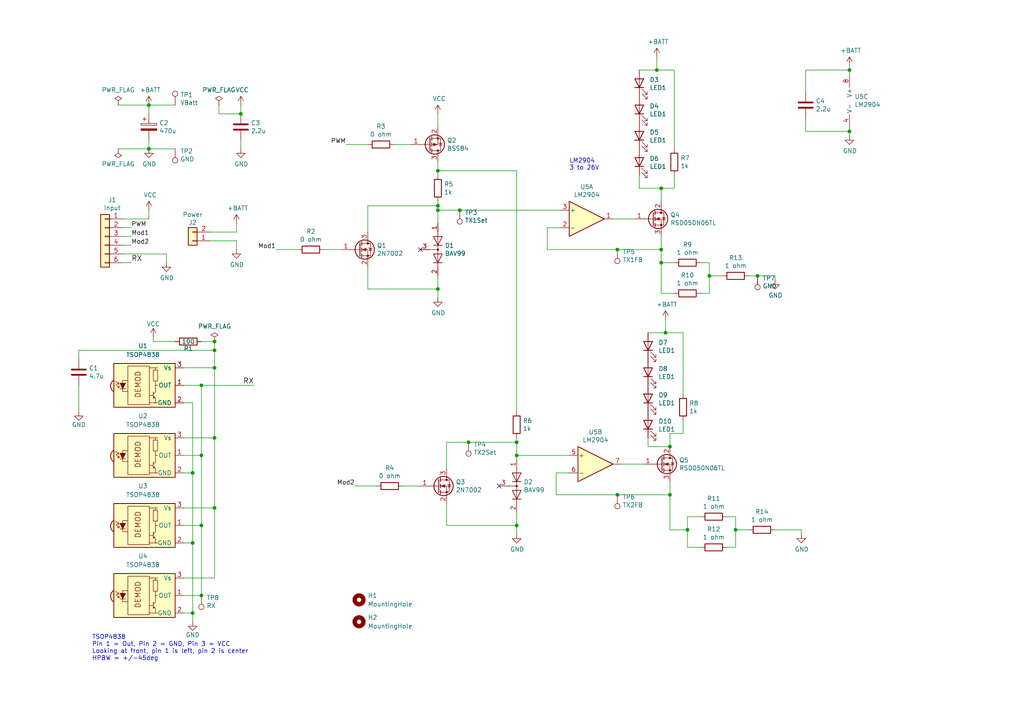
<source format=kicad_sch>
(kicad_sch (version 20211123) (generator eeschema)
  (paper "A4")
  (lib_symbols
    (symbol "Amplifier_Operational:LM2904" (pin_names (offset 0.127))
      (property "Reference" "U" (at 0 5.08 0))
      (property "Value" "LM2904" (at 0 -5.08 0))
      (symbol "LM2904_1_1"
        (polyline (pts (xy -5.08 5.08) (xy 5.08 0) (xy -5.08 -5.08) (xy -5.08 5.08)) (stroke (width 0.254)) (fill (type background)))
        (pin output line (at 7.62 0 180) (length 2.54) (name "~") (number "1"))
        (pin input line (at -7.62 -2.54 0) (length 2.54) (name "-") (number "2"))
        (pin input line (at -7.62 2.54 0) (length 2.54) (name "+") (number "3"))
      )
      (symbol "LM2904_2_1"
        (polyline (pts (xy -5.08 5.08) (xy 5.08 0) (xy -5.08 -5.08) (xy -5.08 5.08)) (stroke (width 0.254)) (fill (type background)))
        (pin input line (at -7.62 2.54 0) (length 2.54) (name "+") (number "5"))
        (pin input line (at -7.62 -2.54 0) (length 2.54) (name "-") (number "6"))
        (pin output line (at 7.62 0 180) (length 2.54) (name "~") (number "7"))
      )
      (symbol "LM2904_3_1"
        (pin power_in line (at -2.54 -7.62 90) (length 3.81) (name "V-") (number "4"))
        (pin power_in line (at -2.54 7.62 270) (length 3.81) (name "V+") (number "8"))
      )
    )
    (symbol "Connector:TestPoint" (pin_numbers hide) (pin_names (offset 0.762) hide)
      (property "Reference" "TP" (at 0 6.858 0))
      (property "Value" "TestPoint" (at 0 5.08 0))
      (symbol "TestPoint_0_1"
        (circle (center 0 3.302) (radius 0.762))
      )
      (symbol "TestPoint_1_1"
        (pin passive line (at 0 0 90) (length 2.54) (name "1") (number "1"))
      )
    )
    (symbol "Connector_Generic:Conn_01x02" (pin_names (offset 1.016) hide)
      (property "Reference" "J" (at 0 2.54 0))
      (property "Value" "Conn_01x02" (at 0 -5.08 0))
      (symbol "Conn_01x02_1_1"
        (rectangle (start -1.27 -2.413) (end 0 -2.667) (stroke (width 0.1524)))
        (rectangle (start -1.27 0.127) (end 0 -0.127) (stroke (width 0.1524)))
        (rectangle (start -1.27 1.27) (end 1.27 -3.81) (stroke (width 0.254)) (fill (type background)))
        (pin passive line (at -5.08 0 0) (length 3.81) (name "Pin_1") (number "1"))
        (pin passive line (at -5.08 -2.54 0) (length 3.81) (name "Pin_2") (number "2"))
      )
    )
    (symbol "Connector_Generic:Conn_01x06" (pin_names (offset 1.016) hide)
      (property "Reference" "J" (at 0 7.62 0))
      (property "Value" "Conn_01x06" (at 0 -10.16 0))
      (symbol "Conn_01x06_1_1"
        (rectangle (start -1.27 -7.493) (end 0 -7.747) (stroke (width 0.1524)))
        (rectangle (start -1.27 -4.953) (end 0 -5.207) (stroke (width 0.1524)))
        (rectangle (start -1.27 -2.413) (end 0 -2.667) (stroke (width 0.1524)))
        (rectangle (start -1.27 0.127) (end 0 -0.127) (stroke (width 0.1524)))
        (rectangle (start -1.27 2.667) (end 0 2.413) (stroke (width 0.1524)))
        (rectangle (start -1.27 5.207) (end 0 4.953) (stroke (width 0.1524)))
        (rectangle (start -1.27 6.35) (end 1.27 -8.89) (stroke (width 0.254)) (fill (type background)))
        (pin passive line (at -5.08 5.08 0) (length 3.81) (name "Pin_1") (number "1"))
        (pin passive line (at -5.08 2.54 0) (length 3.81) (name "Pin_2") (number "2"))
        (pin passive line (at -5.08 0 0) (length 3.81) (name "Pin_3") (number "3"))
        (pin passive line (at -5.08 -2.54 0) (length 3.81) (name "Pin_4") (number "4"))
        (pin passive line (at -5.08 -5.08 0) (length 3.81) (name "Pin_5") (number "5"))
        (pin passive line (at -5.08 -7.62 0) (length 3.81) (name "Pin_6") (number "6"))
      )
    )
    (symbol "Device:C" (pin_numbers hide) (pin_names (offset 0.254))
      (property "Reference" "C" (at 0.635 2.54 0))
      (property "Value" "C" (at 0.635 -2.54 0))
      (symbol "C_0_1"
        (polyline (pts (xy -2.032 -0.762) (xy 2.032 -0.762)) (stroke (width 0.508)))
        (polyline (pts (xy -2.032 0.762) (xy 2.032 0.762)) (stroke (width 0.508)))
      )
      (symbol "C_1_1"
        (pin passive line (at 0 3.81 270) (length 2.794) (name "~") (number "1"))
        (pin passive line (at 0 -3.81 90) (length 2.794) (name "~") (number "2"))
      )
    )
    (symbol "Device:CP" (pin_numbers hide) (pin_names (offset 0.254))
      (property "Reference" "C" (at 0.635 2.54 0))
      (property "Value" "Device_CP" (at 0.635 -2.54 0))
      (symbol "CP_0_1"
        (rectangle (start -2.286 0.508) (end 2.286 1.016))
        (polyline (pts (xy -1.778 2.286) (xy -0.762 2.286)))
        (polyline (pts (xy -1.27 2.794) (xy -1.27 1.778)))
        (rectangle (start 2.286 -0.508) (end -2.286 -1.016) (fill (type outline)))
      )
      (symbol "CP_1_1"
        (pin passive line (at 0 3.81 270) (length 2.794) (name "~") (number "1"))
        (pin passive line (at 0 -3.81 90) (length 2.794) (name "~") (number "2"))
      )
    )
    (symbol "Device:LED" (pin_numbers hide) (pin_names (offset 1.016) hide)
      (property "Reference" "D" (at 0 2.54 0))
      (property "Value" "LED" (at 0 -2.54 0))
      (symbol "LED_0_1"
        (polyline (pts (xy -1.27 -1.27) (xy -1.27 1.27)) (stroke (width 0.254)))
        (polyline (pts (xy -1.27 0) (xy 1.27 0)))
        (polyline (pts (xy 1.27 -1.27) (xy 1.27 1.27) (xy -1.27 0) (xy 1.27 -1.27)) (stroke (width 0.254)))
        (polyline (pts (xy -3.048 -0.762) (xy -4.572 -2.286) (xy -3.81 -2.286) (xy -4.572 -2.286) (xy -4.572 -1.524)))
        (polyline (pts (xy -1.778 -0.762) (xy -3.302 -2.286) (xy -2.54 -2.286) (xy -3.302 -2.286) (xy -3.302 -1.524)))
      )
      (symbol "LED_1_1"
        (pin passive line (at -3.81 0 0) (length 2.54) (name "K") (number "1"))
        (pin passive line (at 3.81 0 180) (length 2.54) (name "A") (number "2"))
      )
    )
    (symbol "Device:Q_NMOS_GDS" (pin_names (offset 0) hide)
      (property "Reference" "Q" (at 5.08 1.27 0))
      (property "Value" "Q_NMOS_GDS" (at 5.08 -1.27 0))
      (symbol "Q_NMOS_GDS_0_1"
        (polyline (pts (xy 0.254 0) (xy -2.54 0)))
        (polyline (pts (xy 0.254 1.905) (xy 0.254 -1.905)) (stroke (width 0.254)))
        (polyline (pts (xy 0.762 -1.27) (xy 0.762 -2.286)) (stroke (width 0.254)))
        (polyline (pts (xy 0.762 0.508) (xy 0.762 -0.508)) (stroke (width 0.254)))
        (polyline (pts (xy 0.762 2.286) (xy 0.762 1.27)) (stroke (width 0.254)))
        (polyline (pts (xy 2.54 2.54) (xy 2.54 1.778)))
        (polyline (pts (xy 2.54 -2.54) (xy 2.54 0) (xy 0.762 0)))
        (polyline (pts (xy 0.762 -1.778) (xy 3.302 -1.778) (xy 3.302 1.778) (xy 0.762 1.778)))
        (polyline (pts (xy 1.016 0) (xy 2.032 0.381) (xy 2.032 -0.381) (xy 1.016 0)) (fill (type outline)))
        (polyline (pts (xy 2.794 0.508) (xy 2.921 0.381) (xy 3.683 0.381) (xy 3.81 0.254)))
        (polyline (pts (xy 3.302 0.381) (xy 2.921 -0.254) (xy 3.683 -0.254) (xy 3.302 0.381)))
        (circle (center 1.651 0) (radius 2.794) (stroke (width 0.254)))
        (circle (center 2.54 -1.778) (radius 0.254) (fill (type outline)))
        (circle (center 2.54 1.778) (radius 0.254) (fill (type outline)))
      )
      (symbol "Q_NMOS_GDS_1_1"
        (pin input line (at -5.08 0 0) (length 2.54) (name "G") (number "1"))
        (pin passive line (at 2.54 5.08 270) (length 2.54) (name "D") (number "2"))
        (pin passive line (at 2.54 -5.08 90) (length 2.54) (name "S") (number "3"))
      )
    )
    (symbol "Device:R" (pin_numbers hide) (pin_names (offset 0))
      (property "Reference" "R" (at 2.032 0 90))
      (property "Value" "R" (at 0 0 90))
      (symbol "R_0_1"
        (rectangle (start -1.016 -2.54) (end 1.016 2.54) (stroke (width 0.254)))
      )
      (symbol "R_1_1"
        (pin passive line (at 0 3.81 270) (length 1.27) (name "~") (number "1"))
        (pin passive line (at 0 -3.81 90) (length 1.27) (name "~") (number "2"))
      )
    )
    (symbol "Diode:BAV99" (pin_names hide)
      (property "Reference" "D" (at 0 5.08 0))
      (property "Value" "BAV99" (at 0 2.54 0))
      (symbol "BAV99_0_1"
        (polyline (pts (xy -5.08 0) (xy 5.08 0)))
      )
      (symbol "BAV99_1_1"
        (polyline (pts (xy 0 0) (xy 0 -2.54)))
        (polyline (pts (xy -1.27 -1.27) (xy -1.27 1.27) (xy -1.27 1.27)) (stroke (width 0.2032)))
        (polyline (pts (xy 3.81 1.27) (xy 3.81 -1.27) (xy 3.81 -1.27)) (stroke (width 0.2032)))
        (polyline (pts (xy -3.81 1.27) (xy -1.27 0) (xy -3.81 -1.27) (xy -3.81 1.27) (xy -3.81 1.27) (xy -3.81 1.27)) (stroke (width 0.2032)))
        (polyline (pts (xy 1.27 1.27) (xy 3.81 0) (xy 1.27 -1.27) (xy 1.27 1.27) (xy 1.27 1.27) (xy 1.27 1.27)) (stroke (width 0.2032)))
        (circle (center 0 0) (radius 0.254) (fill (type outline)))
        (pin passive line (at -7.62 0 0) (length 2.54) (name "K") (number "1"))
        (pin passive line (at 7.62 0 180) (length 2.54) (name "A") (number "2"))
        (pin passive line (at 0 -5.08 90) (length 2.54) (name "K") (number "3"))
      )
    )
    (symbol "Interface_Optical:TSOP45xx" (pin_names (offset 1.016))
      (property "Reference" "U" (at -10.16 7.62 0))
      (property "Value" "TSOP45xx" (at -10.16 -7.62 0))
      (symbol "TSOP45xx_0_0"
        (arc (start -10.287 1.397) (mid -11.0899 -0.1905) (end -10.287 -1.778) (stroke (width 0.254)) (fill (type background)))
        (polyline (pts (xy 1.905 -5.08) (xy 0.127 -5.08)))
        (polyline (pts (xy 1.905 5.08) (xy 0.127 5.08)))
        (text "DEMOD" (at -3.175 0.254 900) (effects (font (size 1.524 1.524))))
      )
      (symbol "TSOP45xx_0_1"
        (rectangle (start -6.096 5.588) (end 0.127 -5.588))
        (polyline (pts (xy -8.763 0.381) (xy -9.652 1.27)))
        (polyline (pts (xy -8.763 0.381) (xy -9.271 0.381)))
        (polyline (pts (xy -8.763 0.381) (xy -8.763 0.889)))
        (polyline (pts (xy -8.636 -0.635) (xy -9.525 0.254)))
        (polyline (pts (xy -8.636 -0.635) (xy -9.144 -0.635)))
        (polyline (pts (xy -8.636 -0.635) (xy -8.636 -0.127)))
        (polyline (pts (xy -8.382 -1.016) (xy -6.731 -1.016)))
        (polyline (pts (xy 1.27 -2.921) (xy 0.127 -2.921)))
        (polyline (pts (xy 1.27 -1.905) (xy 1.27 -3.81)))
        (polyline (pts (xy 1.397 -3.556) (xy 1.524 -3.556)))
        (polyline (pts (xy 1.651 -3.556) (xy 1.524 -3.556)))
        (polyline (pts (xy 1.651 -3.556) (xy 1.651 -3.302)))
        (polyline (pts (xy 1.905 0) (xy 1.905 1.27)))
        (polyline (pts (xy 1.905 4.445) (xy 1.905 5.08) (xy 2.54 5.08)))
        (polyline (pts (xy -8.382 0.635) (xy -6.731 0.635) (xy -7.62 -1.016) (xy -8.382 0.635)) (fill (type outline)))
        (polyline (pts (xy -6.096 1.397) (xy -7.62 1.397) (xy -7.62 -1.778) (xy -6.096 -1.778)))
        (polyline (pts (xy 1.27 -3.175) (xy 1.905 -3.81) (xy 1.905 -5.08) (xy 2.54 -5.08)))
        (polyline (pts (xy 1.27 -2.54) (xy 1.905 -1.905) (xy 1.905 0) (xy 2.54 0)))
        (rectangle (start 2.54 1.27) (end 1.27 4.445))
        (rectangle (start 7.62 6.35) (end -10.16 -6.35) (stroke (width 0.254)) (fill (type background)))
      )
      (symbol "TSOP45xx_1_1"
        (pin output line (at 10.16 0 180) (length 2.54) (name "OUT") (number "1"))
        (pin power_in line (at 10.16 -5.08 180) (length 2.54) (name "GND") (number "2"))
        (pin power_in line (at 10.16 5.08 180) (length 2.54) (name "Vs") (number "3"))
      )
    )
    (symbol "Mechanical:MountingHole" (pin_names (offset 1.016))
      (property "Reference" "H" (at 0 5.08 0))
      (property "Value" "MountingHole" (at 0 3.175 0))
      (symbol "MountingHole_0_1"
        (circle (center 0 0) (radius 1.27) (stroke (width 1.27)))
      )
    )
    (symbol "Transistor_FET:2N7002" (pin_names hide)
      (property "Reference" "Q" (at 5.08 1.905 0))
      (property "Value" "2N7002" (at 5.08 0 0))
      (symbol "2N7002_0_1"
        (polyline (pts (xy 0.254 0) (xy -2.54 0)))
        (polyline (pts (xy 0.254 1.905) (xy 0.254 -1.905)) (stroke (width 0.254)))
        (polyline (pts (xy 0.762 -1.27) (xy 0.762 -2.286)) (stroke (width 0.254)))
        (polyline (pts (xy 0.762 0.508) (xy 0.762 -0.508)) (stroke (width 0.254)))
        (polyline (pts (xy 0.762 2.286) (xy 0.762 1.27)) (stroke (width 0.254)))
        (polyline (pts (xy 2.54 2.54) (xy 2.54 1.778)))
        (polyline (pts (xy 2.54 -2.54) (xy 2.54 0) (xy 0.762 0)))
        (polyline (pts (xy 0.762 -1.778) (xy 3.302 -1.778) (xy 3.302 1.778) (xy 0.762 1.778)))
        (polyline (pts (xy 1.016 0) (xy 2.032 0.381) (xy 2.032 -0.381) (xy 1.016 0)) (fill (type outline)))
        (polyline (pts (xy 2.794 0.508) (xy 2.921 0.381) (xy 3.683 0.381) (xy 3.81 0.254)))
        (polyline (pts (xy 3.302 0.381) (xy 2.921 -0.254) (xy 3.683 -0.254) (xy 3.302 0.381)))
        (circle (center 1.651 0) (radius 2.794) (stroke (width 0.254)))
        (circle (center 2.54 -1.778) (radius 0.254) (fill (type outline)))
        (circle (center 2.54 1.778) (radius 0.254) (fill (type outline)))
      )
      (symbol "2N7002_1_1"
        (pin input line (at -5.08 0 0) (length 2.54) (name "G") (number "1"))
        (pin passive line (at 2.54 -5.08 90) (length 2.54) (name "S") (number "2"))
        (pin passive line (at 2.54 5.08 270) (length 2.54) (name "D") (number "3"))
      )
    )
    (symbol "Transistor_FET:BSS84" (pin_names hide)
      (property "Reference" "Q" (at 5.08 1.905 0))
      (property "Value" "BSS84" (at 5.08 0 0))
      (symbol "BSS84_0_1"
        (polyline (pts (xy 0.254 0) (xy -2.54 0)))
        (polyline (pts (xy 0.254 1.905) (xy 0.254 -1.905)) (stroke (width 0.254)))
        (polyline (pts (xy 0.762 -1.27) (xy 0.762 -2.286)) (stroke (width 0.254)))
        (polyline (pts (xy 0.762 0.508) (xy 0.762 -0.508)) (stroke (width 0.254)))
        (polyline (pts (xy 0.762 2.286) (xy 0.762 1.27)) (stroke (width 0.254)))
        (polyline (pts (xy 2.54 2.54) (xy 2.54 1.778)))
        (polyline (pts (xy 2.54 -2.54) (xy 2.54 0) (xy 0.762 0)))
        (polyline (pts (xy 0.762 1.778) (xy 3.302 1.778) (xy 3.302 -1.778) (xy 0.762 -1.778)))
        (polyline (pts (xy 2.286 0) (xy 1.27 0.381) (xy 1.27 -0.381) (xy 2.286 0)) (fill (type outline)))
        (polyline (pts (xy 2.794 -0.508) (xy 2.921 -0.381) (xy 3.683 -0.381) (xy 3.81 -0.254)))
        (polyline (pts (xy 3.302 -0.381) (xy 2.921 0.254) (xy 3.683 0.254) (xy 3.302 -0.381)))
        (circle (center 1.651 0) (radius 2.794) (stroke (width 0.254)))
        (circle (center 2.54 -1.778) (radius 0.254) (fill (type outline)))
        (circle (center 2.54 1.778) (radius 0.254) (fill (type outline)))
      )
      (symbol "BSS84_1_1"
        (pin input line (at -5.08 0 0) (length 2.54) (name "G") (number "1"))
        (pin passive line (at 2.54 -5.08 90) (length 2.54) (name "S") (number "2"))
        (pin passive line (at 2.54 5.08 270) (length 2.54) (name "D") (number "3"))
      )
    )
    (symbol "power:+BATT" (power) (pin_names (offset 0))
      (property "Value" "+BATT" (at 0 3.556 0))
      (symbol "+BATT_0_1"
        (polyline (pts (xy -0.762 1.27) (xy 0 2.54)))
        (polyline (pts (xy 0 0) (xy 0 2.54)))
        (polyline (pts (xy 0 2.54) (xy 0.762 1.27)))
      )
      (symbol "+BATT_1_1"
        (pin power_in line (at 0 0 90) (length 0) hide (name "+BATT") (number "1"))
      )
    )
    (symbol "power:GND" (power) (pin_names (offset 0))
      (property "Value" "GND" (at 0 -3.81 0))
      (symbol "GND_0_1"
        (polyline (pts (xy 0 0) (xy 0 -1.27) (xy 1.27 -1.27) (xy 0 -2.54) (xy -1.27 -1.27) (xy 0 -1.27)))
      )
      (symbol "GND_1_1"
        (pin power_in line (at 0 0 270) (length 0) hide (name "GND") (number "1"))
      )
    )
    (symbol "power:PWR_FLAG" (power) (pin_numbers hide) (pin_names (offset 0) hide)
      (property "Value" "PWR_FLAG" (at 0 3.81 0))
      (symbol "PWR_FLAG_0_0"
        (pin power_out line (at 0 0 90) (length 0) (name "pwr") (number "1"))
      )
      (symbol "PWR_FLAG_0_1"
        (polyline (pts (xy 0 0) (xy 0 1.27) (xy -1.016 1.905) (xy 0 2.54) (xy 1.016 1.905) (xy 0 1.27)))
      )
    )
    (symbol "power:VCC" (power) (pin_names (offset 0))
      (property "Value" "VCC" (at 0 3.81 0))
      (symbol "VCC_0_1"
        (polyline (pts (xy -0.762 1.27) (xy 0 2.54)))
        (polyline (pts (xy 0 0) (xy 0 2.54)))
        (polyline (pts (xy 0 2.54) (xy 0.762 1.27)))
      )
      (symbol "VCC_1_1"
        (pin power_in line (at 0 0 90) (length 0) hide (name "VCC") (number "1"))
      )
    )
  )
  (junction (at 135.89 128.27))
  (junction (at 43.18 30.48))
  (junction (at 179.07 72.39))
  (junction (at 69.85 33.02))
  (junction (at 58.42 152.4))
  (junction (at 133.35 60.96))
  (junction (at 219.71 80.01))
  (junction (at 62.23 99.06))
  (junction (at 43.18 43.18))
  (junction (at 58.42 111.76))
  (junction (at 55.88 157.48))
  (junction (at 55.88 137.16))
  (junction (at 55.88 177.8))
  (junction (at 62.23 106.68))
  (junction (at 191.77 72.39))
  (junction (at 190.5 20.32))
  (junction (at 62.23 147.32))
  (junction (at 191.77 76.2))
  (junction (at 127 60.96))
  (junction (at 127 49.53))
  (junction (at 127 83.82))
  (junction (at 213.36 153.67))
  (junction (at 191.77 54.61))
  (junction (at 205.74 80.01))
  (junction (at 62.23 101.6))
  (junction (at 246.38 20.32))
  (junction (at 149.86 132.08))
  (junction (at 179.07 143.51))
  (junction (at 199.39 153.67))
  (junction (at 127 59.69))
  (junction (at 246.38 38.1))
  (junction (at 193.04 96.52))
  (junction (at 58.42 172.72))
  (junction (at 62.23 127))
  (junction (at 149.86 128.27))
  (junction (at 58.42 132.08))
  (junction (at 194.31 129.54))
  (junction (at 194.31 143.51))
  (junction (at 149.86 152.4))
  (no_connect (at 121.92 72.39))
  (no_connect (at 144.78 140.97))
  (wire (pts (xy 203.2 85.09) (xy 205.74 85.09)))
  (wire (pts (xy 161.29 137.16) (xy 165.1 137.16)))
  (wire (pts (xy 190.5 20.32) (xy 185.42 20.32)))
  (wire (pts (xy 116.84 140.97) (xy 121.92 140.97)))
  (wire (pts (xy 63.5 30.48) (xy 63.5 33.02)))
  (wire (pts (xy 53.34 116.84) (xy 55.88 116.84)))
  (wire (pts (xy 193.04 96.52) (xy 193.04 92.71)))
  (wire (pts (xy 191.77 54.61) (xy 195.58 54.61)))
  (wire (pts (xy 224.79 80.01) (xy 219.71 80.01)))
  (wire (pts (xy 106.68 59.69) (xy 127 59.69)))
  (wire (pts (xy 127 86.36) (xy 127 83.82)))
  (wire (pts (xy 199.39 158.75) (xy 199.39 153.67)))
  (wire (pts (xy 194.31 129.54) (xy 194.31 125.73)))
  (wire (pts (xy 213.36 153.67) (xy 213.36 149.86)))
  (wire (pts (xy 149.86 128.27) (xy 149.86 132.08)))
  (wire (pts (xy 232.41 154.94) (xy 232.41 153.67)))
  (wire (pts (xy 186.69 134.62) (xy 180.34 134.62)))
  (wire (pts (xy 58.42 111.76) (xy 58.42 132.08)))
  (wire (pts (xy 193.04 96.52) (xy 187.96 96.52)))
  (wire (pts (xy 246.38 20.32) (xy 246.38 19.05)))
  (wire (pts (xy 195.58 85.09) (xy 191.77 85.09)))
  (wire (pts (xy 194.31 153.67) (xy 199.39 153.67)))
  (wire (pts (xy 224.79 81.28) (xy 224.79 80.01)))
  (wire (pts (xy 205.74 80.01) (xy 209.55 80.01)))
  (wire (pts (xy 195.58 54.61) (xy 195.58 50.8)))
  (wire (pts (xy 58.42 132.08) (xy 58.42 152.4)))
  (wire (pts (xy 205.74 80.01) (xy 205.74 76.2)))
  (wire (pts (xy 62.23 127) (xy 53.34 127)))
  (wire (pts (xy 35.56 73.66) (xy 48.26 73.66)))
  (wire (pts (xy 80.01 72.39) (xy 86.36 72.39)))
  (wire (pts (xy 35.56 76.2) (xy 38.1 76.2)))
  (wire (pts (xy 246.38 21.59) (xy 246.38 20.32)))
  (wire (pts (xy 48.26 76.2) (xy 48.26 73.66)))
  (wire (pts (xy 62.23 127) (xy 62.23 147.32)))
  (wire (pts (xy 58.42 111.76) (xy 73.66 111.76)))
  (wire (pts (xy 233.68 38.1) (xy 246.38 38.1)))
  (wire (pts (xy 114.3 41.91) (xy 119.38 41.91)))
  (wire (pts (xy 149.86 132.08) (xy 149.86 133.35)))
  (wire (pts (xy 55.88 177.8) (xy 55.88 180.34)))
  (wire (pts (xy 190.5 20.32) (xy 190.5 16.51)))
  (wire (pts (xy 158.75 66.04) (xy 162.56 66.04)))
  (wire (pts (xy 179.07 72.39) (xy 158.75 72.39)))
  (wire (pts (xy 199.39 153.67) (xy 199.39 149.86)))
  (wire (pts (xy 135.89 128.27) (xy 149.86 128.27)))
  (wire (pts (xy 149.86 152.4) (xy 149.86 148.59)))
  (wire (pts (xy 158.75 72.39) (xy 158.75 66.04)))
  (wire (pts (xy 233.68 34.29) (xy 233.68 38.1)))
  (wire (pts (xy 187.96 129.54) (xy 194.31 129.54)))
  (wire (pts (xy 55.88 137.16) (xy 55.88 157.48)))
  (wire (pts (xy 191.77 54.61) (xy 185.42 54.61)))
  (wire (pts (xy 219.71 80.01) (xy 217.17 80.01)))
  (wire (pts (xy 127 60.96) (xy 133.35 60.96)))
  (wire (pts (xy 213.36 158.75) (xy 213.36 153.67)))
  (wire (pts (xy 22.86 101.6) (xy 22.86 104.14)))
  (wire (pts (xy 50.8 43.18) (xy 43.18 43.18)))
  (wire (pts (xy 106.68 67.31) (xy 106.68 59.69)))
  (wire (pts (xy 127 36.83) (xy 127 33.02)))
  (wire (pts (xy 62.23 147.32) (xy 53.34 147.32)))
  (wire (pts (xy 55.88 177.8) (xy 53.34 177.8)))
  (wire (pts (xy 195.58 43.18) (xy 195.58 20.32)))
  (wire (pts (xy 100.33 41.91) (xy 106.68 41.91)))
  (wire (pts (xy 106.68 83.82) (xy 127 83.82)))
  (wire (pts (xy 43.18 63.5) (xy 35.56 63.5)))
  (wire (pts (xy 106.68 77.47) (xy 106.68 83.82)))
  (wire (pts (xy 191.77 68.58) (xy 191.77 72.39)))
  (wire (pts (xy 58.42 172.72) (xy 53.34 172.72)))
  (wire (pts (xy 43.18 33.02) (xy 43.18 30.48)))
  (wire (pts (xy 161.29 143.51) (xy 161.29 137.16)))
  (wire (pts (xy 60.96 67.31) (xy 68.58 67.31)))
  (wire (pts (xy 62.23 106.68) (xy 62.23 127)))
  (wire (pts (xy 53.34 111.76) (xy 58.42 111.76)))
  (wire (pts (xy 53.34 137.16) (xy 55.88 137.16)))
  (wire (pts (xy 194.31 125.73) (xy 198.12 125.73)))
  (wire (pts (xy 43.18 40.64) (xy 43.18 43.18)))
  (wire (pts (xy 50.8 99.06) (xy 44.45 99.06)))
  (wire (pts (xy 184.15 63.5) (xy 177.8 63.5)))
  (wire (pts (xy 127 59.69) (xy 127 60.96)))
  (wire (pts (xy 127 83.82) (xy 127 80.01)))
  (wire (pts (xy 44.45 99.06) (xy 44.45 97.79)))
  (wire (pts (xy 58.42 132.08) (xy 53.34 132.08)))
  (wire (pts (xy 69.85 33.02) (xy 69.85 30.48)))
  (wire (pts (xy 68.58 69.85) (xy 60.96 69.85)))
  (wire (pts (xy 58.42 152.4) (xy 58.42 172.72)))
  (wire (pts (xy 232.41 153.67) (xy 224.79 153.67)))
  (wire (pts (xy 62.23 99.06) (xy 62.23 101.6)))
  (wire (pts (xy 198.12 125.73) (xy 198.12 121.92)))
  (wire (pts (xy 246.38 39.37) (xy 246.38 38.1)))
  (wire (pts (xy 205.74 85.09) (xy 205.74 80.01)))
  (wire (pts (xy 191.77 72.39) (xy 191.77 76.2)))
  (wire (pts (xy 62.23 167.64) (xy 53.34 167.64)))
  (wire (pts (xy 165.1 132.08) (xy 149.86 132.08)))
  (wire (pts (xy 194.31 143.51) (xy 194.31 153.67)))
  (wire (pts (xy 53.34 157.48) (xy 55.88 157.48)))
  (wire (pts (xy 129.54 128.27) (xy 135.89 128.27)))
  (wire (pts (xy 68.58 67.31) (xy 68.58 64.77)))
  (wire (pts (xy 22.86 111.76) (xy 22.86 119.38)))
  (wire (pts (xy 194.31 139.7) (xy 194.31 143.51)))
  (wire (pts (xy 191.77 72.39) (xy 179.07 72.39)))
  (wire (pts (xy 233.68 20.32) (xy 246.38 20.32)))
  (wire (pts (xy 22.86 101.6) (xy 62.23 101.6)))
  (wire (pts (xy 69.85 43.18) (xy 69.85 40.64)))
  (wire (pts (xy 35.56 68.58) (xy 38.1 68.58)))
  (wire (pts (xy 55.88 116.84) (xy 55.88 137.16)))
  (wire (pts (xy 127 60.96) (xy 127 64.77)))
  (wire (pts (xy 127 50.8) (xy 127 49.53)))
  (wire (pts (xy 205.74 76.2) (xy 203.2 76.2)))
  (wire (pts (xy 199.39 149.86) (xy 203.2 149.86)))
  (wire (pts (xy 58.42 99.06) (xy 62.23 99.06)))
  (wire (pts (xy 62.23 106.68) (xy 53.34 106.68)))
  (wire (pts (xy 129.54 146.05) (xy 129.54 152.4)))
  (wire (pts (xy 58.42 152.4) (xy 53.34 152.4)))
  (wire (pts (xy 149.86 128.27) (xy 149.86 127)))
  (wire (pts (xy 149.86 49.53) (xy 127 49.53)))
  (wire (pts (xy 34.29 30.48) (xy 43.18 30.48)))
  (wire (pts (xy 198.12 96.52) (xy 193.04 96.52)))
  (wire (pts (xy 194.31 143.51) (xy 179.07 143.51)))
  (wire (pts (xy 213.36 153.67) (xy 217.17 153.67)))
  (wire (pts (xy 191.77 76.2) (xy 195.58 76.2)))
  (wire (pts (xy 35.56 71.12) (xy 38.1 71.12)))
  (wire (pts (xy 246.38 38.1) (xy 246.38 36.83)))
  (wire (pts (xy 63.5 33.02) (xy 69.85 33.02)))
  (wire (pts (xy 102.87 140.97) (xy 109.22 140.97)))
  (wire (pts (xy 133.35 60.96) (xy 162.56 60.96)))
  (wire (pts (xy 191.77 85.09) (xy 191.77 76.2)))
  (wire (pts (xy 213.36 149.86) (xy 210.82 149.86)))
  (wire (pts (xy 43.18 30.48) (xy 50.8 30.48)))
  (wire (pts (xy 129.54 128.27) (xy 129.54 135.89)))
  (wire (pts (xy 149.86 154.94) (xy 149.86 152.4)))
  (wire (pts (xy 233.68 20.32) (xy 233.68 26.67)))
  (wire (pts (xy 191.77 58.42) (xy 191.77 54.61)))
  (wire (pts (xy 62.23 101.6) (xy 62.23 106.68)))
  (wire (pts (xy 187.96 127) (xy 187.96 129.54)))
  (wire (pts (xy 203.2 158.75) (xy 199.39 158.75)))
  (wire (pts (xy 149.86 119.38) (xy 149.86 49.53)))
  (wire (pts (xy 34.29 43.18) (xy 43.18 43.18)))
  (wire (pts (xy 129.54 152.4) (xy 149.86 152.4)))
  (wire (pts (xy 55.88 157.48) (xy 55.88 177.8)))
  (wire (pts (xy 127 49.53) (xy 127 46.99)))
  (wire (pts (xy 195.58 20.32) (xy 190.5 20.32)))
  (wire (pts (xy 210.82 158.75) (xy 213.36 158.75)))
  (wire (pts (xy 43.18 60.96) (xy 43.18 63.5)))
  (wire (pts (xy 68.58 72.39) (xy 68.58 69.85)))
  (wire (pts (xy 93.98 72.39) (xy 99.06 72.39)))
  (wire (pts (xy 198.12 114.3) (xy 198.12 96.52)))
  (wire (pts (xy 179.07 143.51) (xy 161.29 143.51)))
  (wire (pts (xy 127 59.69) (xy 127 58.42)))
  (wire (pts (xy 35.56 66.04) (xy 38.1 66.04)))
  (wire (pts (xy 185.42 54.61) (xy 185.42 50.8)))
  (wire (pts (xy 62.23 147.32) (xy 62.23 167.64)))
  (text "TSOP4838\nPin 1 = Out, Pin 2 = GND, Pin 3 = VCC\nLooking at front, pin 1 is left, pin 2 is center\nHPBW = +/-45deg" (at 26.67 191.77 0) (effects (font (size 1.27 1.27)) (justify left bottom)))
  (text "LM2904\n3 to 26V" (at 165.1 49.53 0) (effects (font (size 1.27 1.27)) (justify left bottom)))
  (label "PWM" (at 38.1 66.04 0))
  (label "RX" (at 38.1 76.2 0) (effects (font (size 1.524 1.524))))
  (label "RX" (at 73.66 111.76 180) (effects (font (size 1.524 1.524))))
  (label "PWM" (at 100.33 41.91 180))
  (label "Mod2" (at 38.1 71.12 0))
  (label "Mod1" (at 80.01 72.39 180))
  (label "Mod1" (at 38.1 68.58 0))
  (label "Mod2" (at 102.87 140.97 180))
  (symbol (lib_id "power:+BATT") (at 43.18 30.48 0) (unit 1)
    (property "Reference" "#PWR02" (effects hide))
    (property "Value" "+BATT" (at 43.561 26.0858 0))
  )
  (symbol (lib_id "Device:CP") (at 43.18 36.83 0) (unit 1)
    (property "Reference" "C2" (at 46.1772 35.6616 0) (effects (justify left)))
    (property "Value" "470u" (at 46.1772 37.973 0) (effects (justify left)))
    (property "Footprint" "Capacitors_THT:CP_Radial_D8.0mm_P3.50mm" (effects hide))
  )
  (symbol (lib_id "power:GND") (at 43.18 43.18 0) (unit 1)
    (property "Reference" "#PWR03" (effects hide))
    (property "Value" "GND" (at 43.307 47.5742 0))
  )
  (symbol (lib_id "power:PWR_FLAG") (at 34.29 30.48 0) (unit 1)
    (property "Reference" "#FLG01" (effects hide))
    (property "Value" "PWR_FLAG" (at 34.29 26.0858 0))
  )
  (symbol (lib_id "power:PWR_FLAG") (at 34.29 43.18 180) (unit 1)
    (property "Reference" "#FLG02" (effects hide))
    (property "Value" "PWR_FLAG" (at 34.29 47.5742 0))
  )
  (symbol (lib_id "Connector_Generic:Conn_01x06") (at 30.48 68.58 0) (mirror y) (unit 1)
    (property "Reference" "J1" (at 32.5628 57.9882 0))
    (property "Value" "Input" (at 32.5628 60.2996 0))
    (property "Footprint" "Connectors_Hirose:Hirose_DF13-06P-1.25DSA_06x1.25mm_Straight" (effects hide))
  )
  (symbol (lib_id "power:GND") (at 48.26 76.2 0) (unit 1)
    (property "Reference" "#PWR06" (effects hide))
    (property "Value" "GND" (at 48.387 80.5942 0))
  )
  (symbol (lib_id "Connector_Generic:Conn_01x02") (at 55.88 69.85 180) (unit 1)
    (property "Reference" "J2" (at 55.88 64.5414 0))
    (property "Value" "Power" (at 55.88 62.23 0))
    (property "Footprint" "Connectors_JST:JST_XH_B02B-XH-A_02x2.50mm_Straight" (effects hide))
  )
  (symbol (lib_id "power:+BATT") (at 68.58 64.77 0) (unit 1)
    (property "Reference" "#PWR08" (effects hide))
    (property "Value" "+BATT" (at 68.961 60.3758 0))
  )
  (symbol (lib_id "power:GND") (at 68.58 72.39 0) (unit 1)
    (property "Reference" "#PWR09" (effects hide))
    (property "Value" "GND" (at 68.707 76.7842 0))
  )
  (symbol (lib_id "power:VCC") (at 43.18 60.96 0) (unit 1)
    (property "Reference" "#PWR04" (effects hide))
    (property "Value" "VCC" (at 43.561 56.5658 0))
  )
  (symbol (lib_id "power:VCC") (at 127 33.02 0) (unit 1)
    (property "Reference" "#PWR012" (effects hide))
    (property "Value" "VCC" (at 127.381 28.6258 0))
  )
  (symbol (lib_id "Device:R") (at 127 54.61 0) (unit 1)
    (property "Reference" "R5" (at 128.778 53.4416 0) (effects (justify left)))
    (property "Value" "1k" (at 128.778 55.753 0) (effects (justify left)))
    (property "Footprint" "Resistors_SMD:R_0805" (effects hide))
  )
  (symbol (lib_id "power:GND") (at 127 86.36 0) (unit 1)
    (property "Reference" "#PWR013" (effects hide))
    (property "Value" "GND" (at 127.127 90.7542 0))
  )
  (symbol (lib_id "Device:R") (at 90.17 72.39 270) (unit 1)
    (property "Reference" "R2" (at 90.17 67.1322 90))
    (property "Value" "0 ohm" (at 90.17 69.4436 90))
    (property "Footprint" "Resistors_SMD:R_0805" (effects hide))
  )
  (symbol (lib_id "Device:R") (at 110.49 41.91 270) (unit 1)
    (property "Reference" "R3" (at 110.49 36.6522 90))
    (property "Value" "0 ohm" (at 110.49 38.9636 90))
    (property "Footprint" "Resistors_SMD:R_0805" (effects hide))
  )
  (symbol (lib_id "Amplifier_Operational:LM2904") (at 170.18 63.5 0) (unit 1)
    (property "Reference" "U5" (at 170.18 54.1782 0))
    (property "Value" "LM2904" (at 170.18 56.4896 0))
    (property "Footprint" "Housings_SOIC:SOIC-8_3.9x4.9mm_Pitch1.27mm" (effects hide))
    (property "Datasheet" "http://www.ti.com/lit/ds/symlink/lm358.pdf" (effects hide))
  )
  (symbol (lib_id "Amplifier_Operational:LM2904") (at 172.72 134.62 0) (unit 2)
    (property "Reference" "U5" (at 172.72 125.2982 0))
    (property "Value" "LM2904" (at 172.72 127.6096 0))
    (property "Footprint" "Housings_SOIC:SOIC-8_3.9x4.9mm_Pitch1.27mm" (effects hide))
    (property "Datasheet" "http://www.ti.com/lit/ds/symlink/lm358.pdf" (effects hide))
  )
  (symbol (lib_id "Amplifier_Operational:LM2904") (at 248.92 29.21 0) (unit 3)
    (property "Reference" "U5" (at 247.8532 28.0416 0) (effects (justify left)))
    (property "Value" "LM2904" (at 247.8532 30.353 0) (effects (justify left)))
    (property "Footprint" "Housings_SOIC:SOIC-8_3.9x4.9mm_Pitch1.27mm" (effects hide))
    (property "Datasheet" "http://www.ti.com/lit/ds/symlink/lm358.pdf" (effects hide))
  )
  (symbol (lib_id "power:GND") (at 246.38 39.37 0) (unit 1)
    (property "Reference" "#PWR020" (effects hide))
    (property "Value" "GND" (at 246.507 43.7642 0))
  )
  (symbol (lib_id "power:+BATT") (at 246.38 19.05 0) (unit 1)
    (property "Reference" "#PWR019" (effects hide))
    (property "Value" "+BATT" (at 246.761 14.6558 0))
  )
  (symbol (lib_id "Device:C") (at 233.68 30.48 0) (unit 1)
    (property "Reference" "C4" (at 236.601 29.3116 0) (effects (justify left)))
    (property "Value" "2.2u" (at 236.601 31.623 0) (effects (justify left)))
    (property "Footprint" "Capacitors_SMD:C_0402" (effects hide))
  )
  (symbol (lib_id "Device:LED") (at 185.42 46.99 90) (unit 1)
    (property "Reference" "D6" (at 188.4172 45.9994 90) (effects (justify right)))
    (property "Value" "LED1" (at 188.4172 48.3108 90) (effects (justify right)))
    (property "Footprint" "LED_THT:LED_D5.0mm" (effects hide))
  )
  (symbol (lib_id "Device:R") (at 195.58 46.99 0) (unit 1)
    (property "Reference" "R7" (at 197.358 45.8216 0) (effects (justify left)))
    (property "Value" "1k" (at 197.358 48.133 0) (effects (justify left)))
    (property "Footprint" "Resistors_SMD:R_0805" (effects hide))
  )
  (symbol (lib_id "power:+BATT") (at 190.5 16.51 0) (unit 1)
    (property "Reference" "#PWR015" (effects hide))
    (property "Value" "+BATT" (at 190.881 12.1158 0))
  )
  (symbol (lib_id "Device:R") (at 149.86 123.19 0) (unit 1)
    (property "Reference" "R6" (at 151.638 122.0216 0) (effects (justify left)))
    (property "Value" "1k" (at 151.638 124.333 0) (effects (justify left)))
    (property "Footprint" "Resistors_SMD:R_0805" (effects hide))
  )
  (symbol (lib_id "power:GND") (at 149.86 154.94 0) (unit 1)
    (property "Reference" "#PWR014" (effects hide))
    (property "Value" "GND" (at 149.987 159.3342 0))
  )
  (symbol (lib_id "Device:R") (at 113.03 140.97 270) (unit 1)
    (property "Reference" "R4" (at 113.03 135.7122 90))
    (property "Value" "0 ohm" (at 113.03 138.0236 90))
    (property "Footprint" "Resistors_SMD:R_0805" (effects hide))
  )
  (symbol (lib_id "Device:R") (at 198.12 118.11 0) (unit 1)
    (property "Reference" "R8" (at 199.898 116.9416 0) (effects (justify left)))
    (property "Value" "1k" (at 199.898 119.253 0) (effects (justify left)))
    (property "Footprint" "Resistors_SMD:R_0805" (effects hide))
  )
  (symbol (lib_id "power:+BATT") (at 193.04 92.71 0) (unit 1)
    (property "Reference" "#PWR016" (effects hide))
    (property "Value" "+BATT" (at 193.421 88.3158 0))
  )
  (symbol (lib_id "power:VCC") (at 69.85 30.48 0) (unit 1)
    (property "Reference" "#PWR010" (effects hide))
    (property "Value" "VCC" (at 70.231 26.0858 0))
  )
  (symbol (lib_id "power:GND") (at 69.85 43.18 0) (unit 1)
    (property "Reference" "#PWR011" (effects hide))
    (property "Value" "GND" (at 69.977 47.5742 0))
  )
  (symbol (lib_id "Device:C") (at 69.85 36.83 0) (unit 1)
    (property "Reference" "C3" (at 72.771 35.6616 0) (effects (justify left)))
    (property "Value" "2.2u" (at 72.771 37.973 0) (effects (justify left)))
    (property "Footprint" "Capacitors_SMD:C_0402" (effects hide))
  )
  (symbol (lib_id "Diode:BAV99") (at 149.86 140.97 270) (unit 1)
    (property "Reference" "D2" (at 151.8666 139.8016 90) (effects (justify left)))
    (property "Value" "BAV99" (at 151.8666 142.113 90) (effects (justify left)))
    (property "Footprint" "TO_SOT_Packages_SMD:SOT-23" (effects hide))
    (property "Datasheet" "https://assets.nexperia.com/documents/data-sheet/BAV99_SER.pdf" (effects hide))
  )
  (symbol (lib_id "Diode:BAV99") (at 127 72.39 270) (unit 1)
    (property "Reference" "D1" (at 129.0066 71.2216 90) (effects (justify left)))
    (property "Value" "BAV99" (at 129.0066 73.533 90) (effects (justify left)))
    (property "Footprint" "TO_SOT_Packages_SMD:SOT-23" (effects hide))
    (property "Datasheet" "https://assets.nexperia.com/documents/data-sheet/BAV99_SER.pdf" (effects hide))
  )
  (symbol (lib_id "Transistor_FET:2N7002") (at 104.14 72.39 0) (unit 1)
    (property "Reference" "Q1" (at 109.3216 71.2216 0) (effects (justify left)))
    (property "Value" "2N7002" (at 109.3216 73.533 0) (effects (justify left)))
    (property "Footprint" "TO_SOT_Packages_SMD:SOT-23" (effects hide))
    (property "Datasheet" "https://www.onsemi.com/pub/Collateral/NDS7002A-D.PDF" (effects hide))
  )
  (symbol (lib_id "Transistor_FET:2N7002") (at 127 140.97 0) (unit 1)
    (property "Reference" "Q3" (at 132.1816 139.8016 0) (effects (justify left)))
    (property "Value" "2N7002" (at 132.1816 142.113 0) (effects (justify left)))
    (property "Footprint" "TO_SOT_Packages_SMD:SOT-23" (effects hide))
    (property "Datasheet" "https://www.onsemi.com/pub/Collateral/NDS7002A-D.PDF" (effects hide))
  )
  (symbol (lib_id "Transistor_FET:BSS84") (at 124.46 41.91 0) (mirror x) (unit 1)
    (property "Reference" "Q2" (at 129.6416 40.7416 0) (effects (justify left)))
    (property "Value" "BSS84" (at 129.6416 43.053 0) (effects (justify left)))
    (property "Footprint" "TO_SOT_Packages_SMD:SOT-23" (effects hide))
    (property "Datasheet" "http://assets.nexperia.com/documents/data-sheet/BSS84.pdf" (effects hide))
  )
  (symbol (lib_id "Device:R") (at 199.39 76.2 270) (unit 1)
    (property "Reference" "R9" (at 199.39 70.9422 90))
    (property "Value" "1 ohm" (at 199.39 73.2536 90))
    (property "Footprint" "Resistor_SMD:R_0805_2012Metric" (effects hide))
  )
  (symbol (lib_id "Device:R") (at 199.39 85.09 270) (unit 1)
    (property "Reference" "R10" (at 199.39 79.8322 90))
    (property "Value" "1 ohm" (at 199.39 82.1436 90))
    (property "Footprint" "Resistor_SMD:R_0805_2012Metric" (effects hide))
  )
  (symbol (lib_id "Device:R") (at 213.36 80.01 270) (unit 1)
    (property "Reference" "R13" (at 213.36 74.7522 90))
    (property "Value" "1 ohm" (at 213.36 77.0636 90))
    (property "Footprint" "Resistor_SMD:R_0805_2012Metric" (effects hide))
  )
  (symbol (lib_id "power:GND") (at 224.79 81.28 0) (unit 1)
    (property "Reference" "#PWR017" (effects hide))
    (property "Value" "GND" (at 224.917 85.6742 0))
  )
  (symbol (lib_id "Device:R") (at 207.01 149.86 270) (unit 1)
    (property "Reference" "R11" (at 207.01 144.6022 90))
    (property "Value" "1 ohm" (at 207.01 146.9136 90))
    (property "Footprint" "Resistor_SMD:R_0805_2012Metric" (effects hide))
  )
  (symbol (lib_id "Device:R") (at 207.01 158.75 270) (unit 1)
    (property "Reference" "R12" (at 207.01 153.4922 90))
    (property "Value" "1 ohm" (at 207.01 155.8036 90))
    (property "Footprint" "Resistor_SMD:R_0805_2012Metric" (effects hide))
  )
  (symbol (lib_id "Device:R") (at 220.98 153.67 270) (unit 1)
    (property "Reference" "R14" (at 220.98 148.4122 90))
    (property "Value" "1 ohm" (at 220.98 150.7236 90))
    (property "Footprint" "Resistor_SMD:R_0805_2012Metric" (effects hide))
  )
  (symbol (lib_id "power:GND") (at 232.41 154.94 0) (unit 1)
    (property "Reference" "#PWR018" (effects hide))
    (property "Value" "GND" (at 232.537 159.3342 0))
  )
  (symbol (lib_id "Device:Q_NMOS_GDS") (at 189.23 63.5 0) (unit 1)
    (property "Reference" "Q4" (at 194.437 62.3316 0) (effects (justify left)))
    (property "Value" "RSD050N06TL" (at 194.437 64.643 0) (effects (justify left)))
    (property "Footprint" "TO_SOT_Packages_SMD:TO-252-2" (effects hide))
  )
  (symbol (lib_id "Device:Q_NMOS_GDS") (at 191.77 134.62 0) (unit 1)
    (property "Reference" "Q5" (at 196.977 133.4516 0) (effects (justify left)))
    (property "Value" "RSD050N06TL" (at 196.977 135.763 0) (effects (justify left)))
    (property "Footprint" "TO_SOT_Packages_SMD:TO-252-2" (effects hide))
  )
  (symbol (lib_id "power:PWR_FLAG") (at 63.5 30.48 0) (unit 1)
    (property "Reference" "#FLG04" (effects hide))
    (property "Value" "PWR_FLAG" (at 63.5 26.0858 0))
  )
  (symbol (lib_id "Connector:TestPoint") (at 50.8 30.48 0) (unit 1)
    (property "Reference" "TP1" (at 52.2732 27.4828 0) (effects (justify left)))
    (property "Value" "VBatt" (at 52.2732 29.7942 0) (effects (justify left)))
    (property "Footprint" "TestPoint:TestPoint_Keystone_5000-5004_Miniature" (effects hide))
  )
  (symbol (lib_id "Connector:TestPoint") (at 50.8 43.18 180) (unit 1)
    (property "Reference" "TP2" (at 52.2732 43.8404 0) (effects (justify right)))
    (property "Value" "GND" (at 52.2732 46.1518 0) (effects (justify right)))
    (property "Footprint" "TestPoint:TestPoint_Keystone_5000-5004_Miniature" (effects hide))
  )
  (symbol (lib_id "Connector:TestPoint") (at 219.71 80.01 180) (unit 1)
    (property "Reference" "TP7" (at 221.1832 80.6704 0) (effects (justify right)))
    (property "Value" "GND" (at 221.1832 82.9818 0) (effects (justify right)))
    (property "Footprint" "TestPoint:TestPoint_Keystone_5000-5004_Miniature" (effects hide))
  )
  (symbol (lib_id "Connector:TestPoint") (at 179.07 72.39 180) (unit 1)
    (property "Reference" "TP5" (at 180.5432 73.0504 0) (effects (justify right)))
    (property "Value" "TX1FB" (at 180.5432 75.3618 0) (effects (justify right)))
    (property "Footprint" "TestPoint:TestPoint_Keystone_5000-5004_Miniature" (effects hide))
  )
  (symbol (lib_id "Connector:TestPoint") (at 179.07 143.51 180) (unit 1)
    (property "Reference" "TP6" (at 180.5432 144.1704 0) (effects (justify right)))
    (property "Value" "TX2FB" (at 180.5432 146.4818 0) (effects (justify right)))
    (property "Footprint" "TestPoint:TestPoint_Keystone_5000-5004_Miniature" (effects hide))
  )
  (symbol (lib_id "Connector:TestPoint") (at 133.35 60.96 180) (unit 1)
    (property "Reference" "TP3" (at 134.8232 61.6204 0) (effects (justify right)))
    (property "Value" "TX1Set" (at 134.8232 63.9318 0) (effects (justify right)))
    (property "Footprint" "TestPoint:TestPoint_Keystone_5000-5004_Miniature" (effects hide))
  )
  (symbol (lib_id "Connector:TestPoint") (at 135.89 128.27 180) (unit 1)
    (property "Reference" "TP4" (at 137.3632 128.9304 0) (effects (justify right)))
    (property "Value" "TX2Set" (at 137.3632 131.2418 0) (effects (justify right)))
    (property "Footprint" "TestPoint:TestPoint_Keystone_5000-5004_Miniature" (effects hide))
  )
  (symbol (lib_id "Device:LED") (at 187.96 107.95 90) (unit 1)
    (property "Reference" "D8" (at 190.9572 106.9594 90) (effects (justify right)))
    (property "Value" "LED1" (at 190.9572 109.2708 90) (effects (justify right)))
    (property "Footprint" "LED_THT:LED_D5.0mm" (effects hide))
  )
  (symbol (lib_id "Interface_Optical:TSOP45xx") (at 43.18 152.4 0) (unit 1)
    (property "Reference" "U3" (at 41.445 140.97 0))
    (property "Value" "TSOP4838" (at 41.445 143.51 0))
    (property "Footprint" "OptoDevice:Vishay_MOLD-3Pin" (effects hide))
    (property "Datasheet" "http://www.vishay.com/docs/82460/tsop45.pdf" (effects hide))
  )
  (symbol (lib_id "Device:LED") (at 185.42 24.13 90) (unit 1)
    (property "Reference" "D3" (at 188.4172 23.1394 90) (effects (justify right)))
    (property "Value" "LED1" (at 188.4172 25.4508 90) (effects (justify right)))
    (property "Footprint" "LED_THT:LED_D5.0mm" (effects hide))
  )
  (symbol (lib_id "power:GND") (at 55.88 180.34 0) (unit 1)
    (property "Reference" "#PWR07" (effects hide))
    (property "Value" "GND" (at 55.88 184.15 0))
  )
  (symbol (lib_id "Interface_Optical:TSOP45xx") (at 43.18 111.76 0) (unit 1)
    (property "Reference" "U1" (at 41.445 100.33 0))
    (property "Value" "TSOP4838" (at 41.445 102.87 0))
    (property "Footprint" "OptoDevice:Vishay_MOLD-3Pin" (effects hide))
    (property "Datasheet" "http://www.vishay.com/docs/82460/tsop45.pdf" (effects hide))
  )
  (symbol (lib_id "Interface_Optical:TSOP45xx") (at 43.18 172.72 0) (unit 1)
    (property "Reference" "U4" (at 41.445 161.29 0))
    (property "Value" "TSOP4838" (at 41.445 163.83 0))
    (property "Footprint" "OptoDevice:Vishay_MOLD-3Pin" (effects hide))
    (property "Datasheet" "http://www.vishay.com/docs/82460/tsop45.pdf" (effects hide))
  )
  (symbol (lib_id "power:PWR_FLAG") (at 62.23 99.06 0) (unit 1)
    (property "Reference" "#FLG03" (effects hide))
    (property "Value" "PWR_FLAG" (at 62.23 94.6404 0))
  )
  (symbol (lib_id "Mechanical:MountingHole") (at 104.14 180.34 0) (unit 1)
    (property "Reference" "H2" (at 106.68 179.0699 0) (effects (justify left)))
    (property "Value" "MountingHole" (at 106.68 181.6099 0) (effects (justify left)))
    (property "Footprint" "MountingHole:MountingHole_3.2mm_M3" (effects hide))
  )
  (symbol (lib_id "Device:C") (at 22.86 107.95 0) (unit 1)
    (property "Reference" "C1" (at 25.781 106.7816 0) (effects (justify left)))
    (property "Value" "4.7u" (at 25.781 109.093 0) (effects (justify left)))
    (property "Footprint" "Capacitor_SMD:C_0805_2012Metric" (effects hide))
  )
  (symbol (lib_id "Device:LED") (at 185.42 39.37 90) (unit 1)
    (property "Reference" "D5" (at 188.4172 38.3794 90) (effects (justify right)))
    (property "Value" "LED1" (at 188.4172 40.6908 90) (effects (justify right)))
    (property "Footprint" "LED_THT:LED_D5.0mm" (effects hide))
  )
  (symbol (lib_id "Mechanical:MountingHole") (at 104.14 173.99 0) (unit 1)
    (property "Reference" "H1" (at 106.68 172.7199 0) (effects (justify left)))
    (property "Value" "MountingHole" (at 106.68 175.2599 0) (effects (justify left)))
    (property "Footprint" "MountingHole:MountingHole_3.2mm_M3" (effects hide))
  )
  (symbol (lib_id "Device:LED") (at 187.96 100.33 90) (unit 1)
    (property "Reference" "D7" (at 190.9572 99.3394 90) (effects (justify right)))
    (property "Value" "LED1" (at 190.9572 101.6508 90) (effects (justify right)))
    (property "Footprint" "LED_THT:LED_D5.0mm" (effects hide))
  )
  (symbol (lib_id "power:VCC") (at 44.45 97.79 0) (unit 1)
    (property "Reference" "#PWR05" (effects hide))
    (property "Value" "VCC" (at 44.45 93.98 0))
  )
  (symbol (lib_id "Device:LED") (at 187.96 115.57 90) (unit 1)
    (property "Reference" "D9" (at 190.9572 114.5794 90) (effects (justify right)))
    (property "Value" "LED1" (at 190.9572 116.8908 90) (effects (justify right)))
    (property "Footprint" "LED_THT:LED_D5.0mm" (effects hide))
  )
  (symbol (lib_id "Interface_Optical:TSOP45xx") (at 43.18 132.08 0) (unit 1)
    (property "Reference" "U2" (at 41.445 120.65 0))
    (property "Value" "TSOP4838" (at 41.445 123.19 0))
    (property "Footprint" "OptoDevice:Vishay_MOLD-3Pin" (effects hide))
    (property "Datasheet" "http://www.vishay.com/docs/82460/tsop45.pdf" (effects hide))
  )
  (symbol (lib_id "power:GND") (at 22.86 119.38 0) (unit 1)
    (property "Reference" "#PWR01" (effects hide))
    (property "Value" "GND" (at 22.86 123.19 0))
  )
  (symbol (lib_id "Device:LED") (at 187.96 123.19 90) (unit 1)
    (property "Reference" "D10" (at 190.9572 122.1994 90) (effects (justify right)))
    (property "Value" "LED1" (at 190.9572 124.5108 90) (effects (justify right)))
    (property "Footprint" "LED_THT:LED_D5.0mm" (effects hide))
  )
  (symbol (lib_id "Device:R") (at 54.61 99.06 270) (unit 1)
    (property "Reference" "R1" (at 54.61 101.092 90))
    (property "Value" "100" (at 54.61 99.06 90))
    (property "Footprint" "Resistor_SMD:R_0805_2012Metric" (effects hide))
  )
  (symbol (lib_id "Connector:TestPoint") (at 58.42 172.72 180) (unit 1)
    (property "Reference" "TP8" (at 59.8932 173.3804 0) (effects (justify right)))
    (property "Value" "RX" (at 59.8932 175.6918 0) (effects (justify right)))
    (property "Footprint" "TestPoint:TestPoint_Keystone_5000-5004_Miniature" (effects hide))
  )
  (symbol (lib_id "Device:LED") (at 185.42 31.75 90) (unit 1)
    (property "Reference" "D4" (at 188.4172 30.7594 90) (effects (justify right)))
    (property "Value" "LED1" (at 188.4172 33.0708 90) (effects (justify right)))
    (property "Footprint" "LED_THT:LED_D5.0mm" (effects hide))
  )
)
</source>
